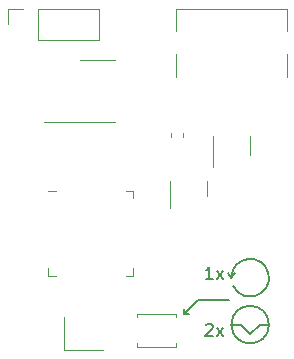
<source format=gbr>
%TF.GenerationSoftware,KiCad,Pcbnew,(6.0.0)*%
%TF.CreationDate,2022-07-10T02:32:02-04:00*%
%TF.ProjectId,EyesOfTomorrow,45796573-4f66-4546-9f6d-6f72726f772e,rev?*%
%TF.SameCoordinates,Original*%
%TF.FileFunction,Legend,Top*%
%TF.FilePolarity,Positive*%
%FSLAX46Y46*%
G04 Gerber Fmt 4.6, Leading zero omitted, Abs format (unit mm)*
G04 Created by KiCad (PCBNEW (6.0.0)) date 2022-07-10 02:32:02*
%MOMM*%
%LPD*%
G01*
G04 APERTURE LIST*
%ADD10C,0.150000*%
%ADD11C,0.120000*%
G04 APERTURE END LIST*
D10*
X122555000Y-90805000D02*
X121412000Y-91948000D01*
X127793750Y-92868750D02*
X128587500Y-92868750D01*
X125412500Y-92868750D02*
X126206250Y-92868750D01*
X125222000Y-90805000D02*
X122555000Y-90805000D01*
X127000000Y-93662500D02*
X127793750Y-92868750D01*
X121412000Y-91948000D02*
X121412000Y-91567000D01*
X126206250Y-92868750D02*
X127000000Y-93662500D01*
X128587500Y-92868750D02*
G75*
G03*
X128587500Y-92868750I-1587500J0D01*
G01*
X125580097Y-89609952D02*
G75*
G03*
X125412500Y-88900000I1419903J709952D01*
G01*
X125095000Y-88519000D02*
X125412500Y-88900000D01*
X125412500Y-88900000D02*
X125730000Y-88519000D01*
X121412000Y-91948000D02*
X121793000Y-91948000D01*
X123832952Y-88969380D02*
X123261523Y-88969380D01*
X123547238Y-88969380D02*
X123547238Y-87969380D01*
X123452000Y-88112238D01*
X123356761Y-88207476D01*
X123261523Y-88255095D01*
X124166285Y-88969380D02*
X124690095Y-88302714D01*
X124166285Y-88302714D02*
X124690095Y-88969380D01*
X123261523Y-92894619D02*
X123309142Y-92847000D01*
X123404380Y-92799380D01*
X123642476Y-92799380D01*
X123737714Y-92847000D01*
X123785333Y-92894619D01*
X123832952Y-92989857D01*
X123832952Y-93085095D01*
X123785333Y-93227952D01*
X123213904Y-93799380D01*
X123832952Y-93799380D01*
X124166285Y-93799380D02*
X124690095Y-93132714D01*
X124166285Y-93132714D02*
X124690095Y-93799380D01*
D11*
%TO.C,J0*%
X120712500Y-68030489D02*
X120712500Y-66130489D01*
X120712500Y-71930489D02*
X120712500Y-69930489D01*
X130112500Y-68030489D02*
X130112500Y-66130489D01*
X130112500Y-66130489D02*
X120712500Y-66130489D01*
X130112500Y-71930489D02*
X130112500Y-69930489D01*
%TO.C,U2*%
X112579761Y-70479500D02*
X115579761Y-70479500D01*
X109579761Y-75699500D02*
X115579761Y-75699500D01*
%TO.C,Y0*%
X111271761Y-94995500D02*
X114571761Y-94995500D01*
X111271761Y-92195500D02*
X111271761Y-94995500D01*
%TO.C,U1*%
X123340300Y-81358889D02*
X123340300Y-82008889D01*
X120220300Y-81358889D02*
X120220300Y-83033889D01*
X123340300Y-81358889D02*
X123340300Y-80708889D01*
X120220300Y-81358889D02*
X120220300Y-80708889D01*
%TO.C,S1*%
X120699800Y-91945000D02*
X117399800Y-91945000D01*
X117399800Y-91945000D02*
X117399800Y-92245000D01*
X120699800Y-94445000D02*
X120699800Y-94745000D01*
X117399800Y-94745000D02*
X117399800Y-94445000D01*
X120699800Y-94745000D02*
X117399800Y-94745000D01*
X120699800Y-92245000D02*
X120699800Y-91945000D01*
%TO.C,J4*%
X109076250Y-68773750D02*
X109076250Y-66113750D01*
X109076250Y-66113750D02*
X114216250Y-66113750D01*
X109076250Y-68773750D02*
X114216250Y-68773750D01*
X106476250Y-66113750D02*
X107806250Y-66113750D01*
X106476250Y-67443750D02*
X106476250Y-66113750D01*
X114216250Y-68773750D02*
X114216250Y-66113750D01*
%TO.C,U3*%
X123852500Y-77701289D02*
X123852500Y-79501289D01*
X123852500Y-77701289D02*
X123852500Y-76901289D01*
X126972500Y-77701289D02*
X126972500Y-78501289D01*
X126972500Y-77701289D02*
X126972500Y-76901289D01*
%TO.C,F0*%
X120305100Y-76674910D02*
X120305100Y-77000468D01*
X121325100Y-76674910D02*
X121325100Y-77000468D01*
%TO.C,U0*%
X110533261Y-81540000D02*
X109883261Y-81540000D01*
X116453261Y-81540000D02*
X117103261Y-81540000D01*
X110533261Y-88760000D02*
X109883261Y-88760000D01*
X117103261Y-88760000D02*
X117103261Y-88110000D01*
X116453261Y-88760000D02*
X117103261Y-88760000D01*
X117103261Y-81540000D02*
X117103261Y-82190000D01*
X109883261Y-88760000D02*
X109883261Y-88110000D01*
%TD*%
M02*

</source>
